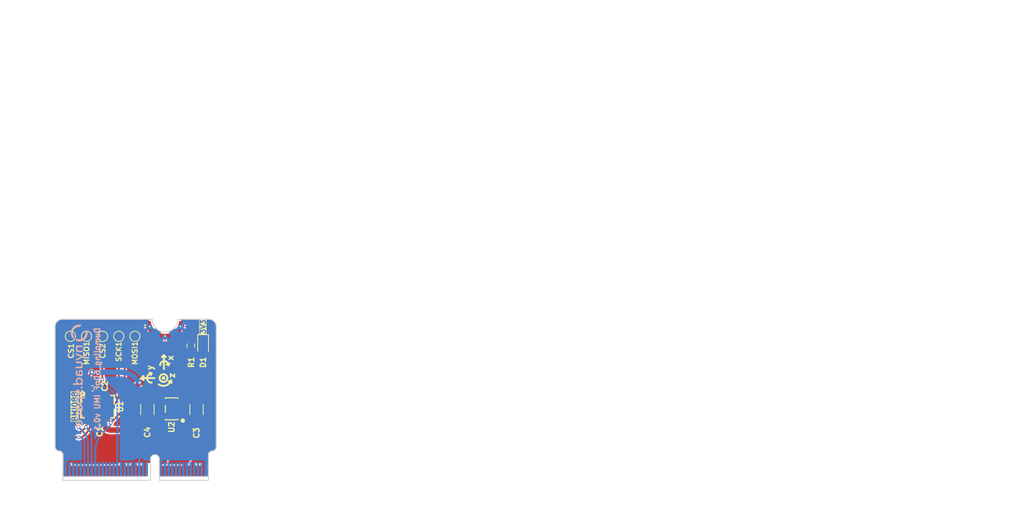
<source format=kicad_pcb>
(kicad_pcb (version 20241229) (generator "pcbnew") (generator_version "9.0")
  (layers (0 "F.Cu" signal "Top") (2 "B.Cu" signal "Bottom") (13 "F.Paste" user) (15 "B.Paste" user) (5 "F.SilkS" user "F.Silkscreen") (7 "B.SilkS" user "B.Silkscreen") (1 "F.Mask" user) (3 "B.Mask" user) (25 "Edge.Cuts" user))
  (net 0 "")
  (net 1 "+3V3")
  (net 2 "GND")
  (net 3 "VIN")
  (net 4 "BMI088_CS_ACCEL")
  (net 5 "BMI088_CS_GYRO")
  (net 6 "Net-(D1-A)")
  (net 8 "/CAN-RX")
  (net 9 "/AUD_BCLK")
  (net 10 "/UART_TX2")
  (net 12 "+5V")
  (net 13 "BMI088_MISO")
  (net 14 "/CAN-TX")
  (net 15 "/PWM1")
  (net 16 "/G0")
  (net 17 "/USB_D+")
  (net 18 "/SWDIO")
  (net 19 "/SPI_CIPO-LED_CLK")
  (net 20 "/G7")
  (net 21 "/USBHOST_D-")
  (net 22 "/I2C_SCL1")
  (net 23 "/A0")
  (net 24 "/AUD_MCLK")
  (net 25 "BMI088_MOSI")
  (net 26 "/3.3V_EN")
  (net 27 "/G9-CAM_HSYNC")
  (net 28 "/UART_RTS1")
  (net 29 "/AUD_IN-CAM_PCLK")
  (net 30 "BMI088_INT3_GYRO")
  (net 31 "/AUD_OUT-CAM_MCLK")
  (net 32 "/UART_RX2")
  (net 33 "/PWM0")
  (net 34 "/SPI_SCK")
  (net 35 "/G11-SWO")
  (net 36 "/G8")
  (net 37 "/SWDCK")
  (net 38 "/AUD_LRCLK")
  (net 40 "/I2C_SDA1")
  (net 41 "/UART_CTS1")
  (net 42 "/USBHOST_D+")
  (net 43 "/V_USB")
  (net 44 "/SDIO_DATA2")
  (net 45 "/BATT_VIN")
  (net 46 "/RTC_3V_BATT")
  (net 47 "/USB_D-")
  (net 48 "/SDIO_DATA3-~{SPI_CS1}")
  (net 49 "/D0")
  (net 50 "BMI088_SCK")
  (net 51 "/SPI_COPI-LED_DAT")
  (net 52 "BMI088_INT1_ACCEL")
  (net 54 "/I2C_~{INT}")
  (net 55 "/G10-CAM_VSYNC")
  (net 56 "BMI088_pwr_cyc")
  (net 57 "/~{SPI_CS}")
  (net 58 "/G6")
  (net 59 "/A1")
  (net 60 "/D1-CAM_TRIG")
  (net 61 "/G5")
  (net 63 "BMI088_INT2_ACCEL")
  (net 64 "BMI088_INT4_GYRO")
  (footprint "SparkFun_MicroMod_ESP32:M.2-CARD-E-22" (layer "F.Cu") (at 148.5011 114.365617)
    (property "Reference" "J1" (hide yes))
    (property "Value" "MICROMOD-2222" (hide yes))
    (fp_line (start 1.9 -21) (end 1 -21) (stroke (width 0.1016)) (layer "F.Cu"))
    (fp_line (start 1.9 -21) (end 1.9 -19.9) (stroke (width 0.1016)) (layer "F.Cu"))
    (fp_line (start 4 -19.7) (end 4 -19) (stroke (width 0.1016)) (layer "F.Cu"))
    (fp_line (start 6.1 -21) (end 6.1 -19.9) (stroke (width 0.1016)) (layer "F.Cu"))
    (fp_line (start 6.1 -21) (end 7 -21) (stroke (width 0.1016)) (layer "F.Cu"))
    (fp_poly (pts (xy 1.25 -21.75) (xy 2.05 -21.75) (xy 2.08842 -21.461827) (xy 2.171447 -21.183213) (xy 2.297037 -20.921017) (xy 2.462097 -20.681696) (xy 2.662563 -20.471142) (xy 2.893499 -20.29454) (xy 3.149218 -20.156239) (xy 3.423424 -20.059644) (xy 4 -20) (xy 4.290635 -20.007133) (xy 4.576576 -20.059644) (xy 4.850782 -20.156239) (xy 5.106501 -20.29454) (xy 5.337437 -20.471142) (xy 5.537903 -20.681696) (xy 5.702963 -20.921017) (xy 5.828553 -21.183213) (xy 5.95 -21.75) (xy 6.75 -21.75) (xy 6.686952 -21.386065) (xy 6.576451 -21.033626) (xy 6.420427 -20.698842) (xy 6.221608 -20.387564) (xy 5.983467 -20.10523) (xy 5.710166 -19.856774) (xy 5.40648 -19.646539) (xy 5.077718 -19.478197) (xy 4.729623 -19.354691) (xy 4.368279 -19.27818) (xy 4 -19.25) (xy 3.630811 -19.275627) (xy 3.268334 -19.35024) (xy 2.919037 -19.472506) (xy 2.589157 -19.640244) (xy 2.284581 -19.85046) (xy 2.010746 -20.099401) (xy 1.77254 -20.382623) (xy 1.574215 -20.695072) (xy 1.419311 -21.031169)) (fill yes) (layer "F.Cu"))
    (pad "1" smd rect (at 9.25 -1.275 180) (size 0.35 1.45) (layers "F.Cu" "F.Mask") (net 2 "GND"))
    (pad "2" smd rect (at 9 -1.525) (size 0.35 1.95) (layers "B.Cu" "B.Mask") (net 1 "+3V3"))
    (pad "3" smd rect (at 8.75 -1.275 180) (size 0.35 1.45) (layers "F.Cu" "F.Mask") (net 17 "/USB_D+"))
    (pad "4" smd rect (at 8.5 -1.525) (size 0.35 1.95) (layers "B.Cu" "B.Mask") (net 26 "/3.3V_EN"))
    (pad "5" smd rect (at 8.25 -1.275 180) (size 0.35 1.45) (layers "F.Cu" "F.Mask") (net 47 "/USB_D-"))
    (pad "6" smd rect (at 8 -1.525) (size 0.35 1.95) (layers "B.Cu" "B.Mask") (net 12 "+5V"))
    (pad "7" smd rect (at 7.75 -1.275 180) (size 0.35 1.45) (layers "F.Cu" "F.Mask") (net 2 "GND"))
    (pad "8" smd rect (at 7.5 -1.525) (size 0.35 1.95) (layers "B.Cu" "B.Mask") (net 35 "/G11-SWO"))
    (pad "9" smd rect (at 7.25 -1.275 180) (size 0.35 1.45) (layers "F.Cu" "F.Mask") (net 43 "/V_USB"))
    (pad "10" smd rect (at 7 -1.525) (size 0.35 1.95) (layers "B.Cu" "B.Mask") (net 49 "/D0"))
    (pad "11" smd rect (at 6.75 -1.275 180) (size 0.35 1.45) (layers "F.Cu" "F.Mask") (net 3 "VIN"))
    (pad "12" smd rect (at 6.5 -1.525) (size 0.35 1.95) (layers "B.Cu" "B.Mask"))
    (pad "13" smd rect (at 6.25 -1.275 180) (size 0.35 1.45) (layers "F.Cu" "F.Mask") (net 28 "/UART_RTS1"))
    (pad "14" smd rect (at 6 -1.525) (size 0.35 1.95) (layers "B.Cu" "B.Mask"))
    (pad "15" smd rect (at 5.75 -1.275 180) (size 0.35 1.45) (layers "F.Cu" "F.Mask") (net 41 "/UART_CTS1"))
    (pad "16" smd rect (at 5.5 -1.525) (size 0.35 1.95) (layers "B.Cu" "B.Mask") (net 54 "/I2C_~{INT}"))
    (pad "17" smd rect (at 5.25 -1.275 180) (size 0.35 1.45) (layers "F.Cu" "F.Mask"))
    (pad "18" smd rect (at 5 -1.525) (size 0.35 1.95) (layers "B.Cu" "B.Mask") (net 60 "/D1-CAM_TRIG"))
    (pad "19" smd rect (at 4.75 -1.275 180) (size 0.35 1.45) (layers "F.Cu" "F.Mask"))
    (pad "20" smd rect (at 4.5 -1.525) (size 0.35 1.95) (layers "B.Cu" "B.Mask") (net 32 "/UART_RX2"))
    (pad "21" smd rect (at 4.25 -1.275 180) (size 0.35 1.45) (layers "F.Cu" "F.Mask") (net 37 "/SWDCK"))
    (pad "22" smd rect (at 4 -1.525) (size 0.35 1.95) (layers "B.Cu" "B.Mask") (net 10 "/UART_TX2"))
    (pad "23" smd rect (at 3.75 -1.275 180) (size 0.35 1.45) (layers "F.Cu" "F.Mask") (net 18 "/SWDIO"))
    (pad "32" smd rect (at 1.5 -1.525) (size 0.35 1.95) (layers "B.Cu" "B.Mask") (net 33 "/PWM0"))
    (pad "33" smd rect (at 1.25 -1.275 180) (size 0.35 1.45) (layers "F.Cu" "F.Mask") (net 2 "GND"))
    (pad "34" smd rect (at 1 -1.525) (size 0.35 1.95) (layers "B.Cu" "B.Mask") (net 23 "/A0"))
    (pad "35" smd rect (at 0.75 -1.275 180) (size 0.35 1.45) (layers "F.Cu" "F.Mask") (net 42 "/USBHOST_D+"))
    (pad "36" smd rect (at 0.5 -1.525) (size 0.35 1.95) (layers "B.Cu" "B.Mask") (net 2 "GND"))
    (pad "37" smd rect (at 0.25 -1.275 180) (size 0.35 1.45) (layers "F.Cu" "F.Mask") (net 21 "/USBHOST_D-"))
    (pad "38" smd rect (at 0 -1.525) (size 0.35 1.95) (layers "B.Cu" "B.Mask") (net 59 "/A1"))
    (pad "39" smd rect (at -0.25 -1.275 180) (size 0.35 1.45) (layers "F.Cu" "F.Mask") (net 2 "GND"))
    (pad "40" smd rect (at -0.5 -1.525) (size 0.35 1.95) (layers "B.Cu" "B.Mask") (net 16 "/G0"))
    (pad "41" smd rect (at -0.75 -1.275 180) (size 0.35 1.45) (layers "F.Cu" "F.Mask") (net 8 "/CAN-RX"))
    (pad "42" smd rect (at -1 -1.525) (size 0.35 1.95) (layers "B.Cu" "B.Mask") (net 56 "BMI088_pwr_cyc"))
    (pad "43" smd rect (at -1.25 -1.275 180) (size 0.35 1.45) (layers "F.Cu" "F.Mask") (net 14 "/CAN-TX"))
    (pad "44" smd rect (at -1.5 -1.525) (size 0.35 1.95) (layers "B.Cu" "B.Mask") (net 52 "BMI088_INT1_ACCEL"))
    (pad "45" smd rect (at -1.75 -1.275 180) (size 0.35 1.45) (layers "F.Cu" "F.Mask") (net 2 "GND"))
    (pad "46" smd rect (at -2 -1.525) (size 0.35 1.95) (layers "B.Cu" "B.Mask") (net 30 "BMI088_INT3_GYRO"))
    (pad "47" smd rect (at -2.25 -1.275 180) (size 0.35 1.45) (layers "F.Cu" "F.Mask") (net 15 "/PWM1"))
    (pad "48" smd rect (at -2.5 -1.525) (size 0.35 1.95) (layers "B.Cu" "B.Mask") (net 5 "BMI088_CS_GYRO"))
    (pad "49" smd rect (at -2.75 -1.275 180) (size 0.35 1.45) (layers "F.Cu" "F.Mask") (net 45 "/BATT_VIN"))
    (pad "50" smd rect (at -3 -1.525) (size 0.35 1.95) (layers "B.Cu" "B.Mask") (net 9 "/AUD_BCLK"))
    (pad "51" smd rect (at -3.25 -1.275 180) (size 0.35 1.45) (layers "F.Cu" "F.Mask") (net 40 "/I2C_SDA1"))
    (pad "52" smd rect (at -3.5 -1.525) (size 0.35 1.95) (layers "B.Cu" "B.Mask") (net 38 "/AUD_LRCLK"))
    (pad "53" smd rect (at -3.75 -1.275 180) (size 0.35 1.45) (layers "F.Cu" "F.Mask") (net 22 "/I2C_SCL1"))
    (pad "54" smd rect (at -4 -1.525) (size 0.35 1.95) (layers "B.Cu" "B.Mask") (net 29 "/AUD_IN-CAM_PCLK"))
    (pad "55" smd rect (at -4.25 -1.275 180) (size 0.35 1.45) (layers "F.Cu" "F.Mask") (net 57 "/~{SPI_CS}"))
    (pad "56" smd rect (at -4.5 -1.525) (size 0.35 1.95) (layers "B.Cu" "B.Mask") (net 31 "/AUD_OUT-CAM_MCLK"))
    (pad "57" smd rect (at -4.75 -1.275 180) (size 0.35 1.45) (layers "F.Cu" "F.Mask") (net 34 "/SPI_SCK"))
    (pad "58" smd rect (at -5 -1.525) (size 0.35 1.95) (layers "B.Cu" "B.Mask") (net 24 "/AUD_MCLK"))
    (pad "59" smd rect (at -5.25 -1.275 180) (size 0.35 1.45) (layers "F.Cu" "F.Mask") (net 51 "/SPI_COPI-LED_DAT"))
    (pad "60" smd rect (at -5.5 -1.525) (size 0.35 1.95) (layers "B.Cu" "B.Mask") (net 25 "BMI088_MOSI"))
    (pad "61" smd rect (at -5.75 -1.275 180) (size 0.35 1.45) (layers "F.Cu" "F.Mask") (net 19 "/SPI_CIPO-LED_CLK"))
    (pad "62" smd rect (at -6 -1.525) (size 0.35 1.95) (layers "B.Cu" "B.Mask") (net 13 "BMI088_MISO"))
    (pad "63" smd rect (at -6.25 -1.275 180) (size 0.35 1.45) (layers "F.Cu" "F.Mask") (net 55 "/G10-CAM_VSYNC"))
    (pad "64" smd rect (at -6.5 -1.525) (size 0.35 1.95) (layers "B.Cu" "B.Mask") (net 50 "BMI088_SCK"))
    (pad "65" smd rect (at -6.75 -1.275 180) (size 0.35 1.45) (layers "F.Cu" "F.Mask") (net 27 "/G9-CAM_HSYNC"))
    (pad "66" smd rect (at -7 -1.525) (size 0.35 1.95) (layers "B.Cu" "B.Mask") (net 4 "BMI088_CS_ACCEL"))
    (pad "67" smd rect (at -7.25 -1.275 180) (size 0.35 1.45) (layers "F.Cu" "F.Mask") (net 36 "/G8"))
    (pad "68" smd rect (at -7.5 -1.525) (size 0.35 1.95) (layers "B.Cu" "B.Mask") (net 44 "/SDIO_DATA2"))
    (pad "69" smd rect (at -7.75 -1.275 180) (size 0.35 1.45) (layers "F.Cu" "F.Mask") (net 20 "/G7"))
    (pad "70" smd rect (at -8 -1.525) (size 0.35 1.95) (layers "B.Cu" "B.Mask") (net 48 "/SDIO_DATA3-~{SPI_CS1}"))
    (pad "71" smd rect (at -8.25 -1.275 180) (size 0.35 1.45) (layers "F.Cu" "F.Mask") (net 58 "/G6"))
    (pad "72" smd rect (at -8.5 -1.525) (size 0.35 1.95) (layers "B.Cu" "B.Mask") (net 46 "/RTC_3V_BATT"))
    (pad "73" smd rect (at -8.75 -1.275 180) (size 0.35 1.45) (layers "F.Cu" "F.Mask") (net 61 "/G5"))
    (pad "74" smd rect (at -9 -1.525) (size 0.35 1.95) (layers "B.Cu" "B.Mask") (net 1 "+3V3"))
    (pad "75" smd rect (at -9.25 -1.275 180) (size 0.35 1.45) (layers "F.Cu" "F.Mask") (net 2 "GND"))
    (pad "GND1" thru_hole circle (at 1.9 -21) (size 0.454 0.454) (drill 0.2) (layers "*.Cu" "*.Mask") (net 2 "GND"))
    (pad "GND2" thru_hole circle (at 4 -19.7) (size 0.454 0.454) (drill 0.2) (layers "*.Cu" "*.Mask") (net 2 "GND"))
    (pad "GND3" thru_hole circle (at 6.1 -21) (size 0.454 0.454) (drill 0.2) (layers "*.Cu" "*.Mask") (net 2 "GND"))
  )
  (footprint "SparkFun_MicroMod_ESP32:ORDERING_INSTRUCTIONS" (layer "F.Cu") (at 167.9811 62.1)
    (property "Reference" "LOGO1" (hide yes))
    (property "Value" "SPECIAL_INSTRUCTIONS-ORDERING")
  )
  (footprint "SparkFun_MicroMod_ESP32:CREATIVE_COMMONS" (layer "F.Cu") (at 184.4 63.75)
    (property "Reference" "FRAME1" (hide yes))
    (property "Value" "FRAME-LEDGER" (hide yes))
  )
  (footprint "TPSPX3819M5-L-3-3:SOT-23-5_L3.0-W1.6-P0.95-LS2.8-BR" (layer "F.Cu") (at 153.4 104.6)
    (property "Reference" "U2" (at 0 2.5 90) (layer "F.SilkS") (effects (font (size 0.75 0.75) (thickness 0.175) (bold yes))))
    (property "Value" "TPSPX3819M5-L-3-3")
    (pad "1" smd rect (at 1.149987 0.949962 90) (size 0.6 1.2) (layers "F.Cu" "F.Mask" "F.Paste") (net 3 "VIN"))
    (pad "2" smd rect (at 1.149987 0 90) (size 0.6 1.2) (layers "F.Cu" "F.Mask" "F.Paste") (net 2 "GND"))
    (pad "3" smd rect (at 1.149987 -0.949962 90) (size 0.6 1.2) (layers "F.Cu" "F.Mask" "F.Paste") (net 3 "VIN"))
    (pad "4" smd rect (at -1.149987 -0.949962 90) (size 0.6 1.2) (layers "F.Cu" "F.Mask" "F.Paste"))
    (pad "5" smd rect (at -1.149987 0.949962 90) (size 0.6 1.2) (layers "F.Cu" "F.Mask" "F.Paste") (net 1 "+3V3"))
  )
  (footprint "LED_SMD:LED_0603_1608Metric" (layer "F.Cu") (at 157.7 95.9562 -90)
    (property "Reference" "D1" (at 2.3 0 90) (layer "F.SilkS") (effects (font (size 0.75 0.75) (thickness 0.175) (bold yes))))
    (property "Value" "LED")
    (pad "1" smd roundrect (at -0.7875 0 270) (size 0.875 0.95) (layers "F.Cu" "F.Mask" "F.Paste") (net 2 "GND"))
    (pad "2" smd roundrect (at 0.7875 0 270) (size 0.875 0.95) (layers "F.Cu" "F.Mask" "F.Paste") (net 6 "Net-(D1-A)"))
  )
  (footprint "TestPoint:TestPoint_Pad_D1.0mm" (layer "F.Cu") (at 144 94.7 90)
    (property "Reference" "CS2" (at -2 0 270) (layer "F.SilkS") (effects (font (size 0.7 0.7))))
    (property "Value" "SPI3")
    (pad "1" smd circle (at 0 0 90) (size 1 1) (layers "F.Cu" "F.Mask") (net 5 "BMI088_CS_GYRO"))
  )
  (footprint "BMI088:LGA-16_L4.5-W3.0-P0.50-BL" (layer "F.Cu") (at 143.3 104.3 -90)
    (property "Reference" "U1" (at 0 -3.1 90) (layer "F.SilkS") (effects (font (size 0.75 0.75) (thickness 0.175) (bold yes))))
    (property "Value" "BMI088")
    (pad "1" smd rect (at -1.199898 1.497841) (size 0.250013 0.8) (layers "F.Cu" "F.Mask" "F.Paste") (net 63 "BMI088_INT2_ACCEL"))
    (pad "2" smd rect (at -1.199898 0.997968) (size 0.250013 0.8) (layers "F.Cu" "F.Mask" "F.Paste"))
    (pad "3" smd rect (at -1.199898 0.497841) (size 0.250013 0.8) (layers "F.Cu" "F.Mask" "F.Paste") (net 1 "+3V3"))
    (pad "4" smd rect (at -1.199898 -0.002032) (size 0.250013 0.8) (layers "F.Cu" "F.Mask" "F.Paste") (net 2 "GND"))
    (pad "5" smd rect (at -1.199898 -0.502159) (size 0.250013 0.8) (layers "F.Cu" "F.Mask" "F.Paste") (net 5 "BMI088_CS_GYRO"))
    (pad "6" smd rect (at -1.199898 -1.002032) (size 0.250013 0.8) (layers "F.Cu" "F.Mask" "F.Paste") (net 2 "GND"))
    (pad "7" smd rect (at -1.199898 -1.502159) (size 0.250013 0.8) (layers "F.Cu" "F.Mask" "F.Paste"))
    (pad "8" smd rect (at 0 -1.91491 90) (size 0.250013 0.8) (layers "F.Cu" "F.Mask" "F.Paste") (net 50 "BMI088_SCK"))
    (pad "9" smd rect (at 1.199898 -1.502159 180) (size 0.250013 0.8) (layers "F.Cu" "F.Mask" "F.Paste") (net 25 "BMI088_MOSI"))
    (pad "10" smd rect (at 1.199898 -1.002032 180) (size 0.250013 0.8) (layers "F.Cu" "F.Mask" "F.Paste") (net 13 "BMI088_MISO"))
    (pad "11" smd rect (at 1.199898 -0.502159 180) (size 0.250013 0.8) (layers "F.Cu" "F.Mask" "F.Paste") (net 1 "+3V3"))
    (pad "12" smd rect (at 1.199898 -0.002032 180) (size 0.250013 0.8) (layers "F.Cu" "F.Mask" "F.Paste") (net 30 "BMI088_INT3_GYRO"))
    (pad "13" smd rect (at 1.199898 0.497841 180) (size 0.250013 0.8) (layers "F.Cu" "F.Mask" "F.Paste") (net 64 "BMI088_INT4_GYRO"))
    (pad "14" smd rect (at 1.199898 0.997968 180) (size 0.250013 0.8) (layers "F.Cu" "F.Mask" "F.Paste") (net 4 "BMI088_CS_ACCEL"))
    (pad "15" smd rect (at 1.199898 1.497841 180) (size 0.250013 0.8) (layers "F.Cu" "F.Mask" "F.Paste") (net 13 "BMI088_MISO"))
    (pad "16" smd rect (at 0 1.91491 270) (size 0.250013 0.8) (layers "F.Cu" "F.Mask" "F.Paste") (net 52 "BMI088_INT1_ACCEL"))
  )
  (footprint "TestPoint:TestPoint_Pad_D1.0mm" (layer "F.Cu") (at 146.2 94.7 90)
    (property "Reference" "SCK1" (at -2.1 0 90) (layer "F.SilkS") (effects (font (size 0.7 0.7))))
    (property "Value" "SPI3")
    (pad "1" smd circle (at 0 0 90) (size 1 1) (layers "F.Cu" "F.Mask") (net 50 "BMI088_SCK"))
  )
  (footprint "TestPoint:TestPoint_Pad_D1.0mm" (layer "F.Cu") (at 141.8 94.7)
    (property "Reference" "MISO1" (at 0 2.3 90) (layer "F.SilkS") (effects (font (size 0.7 0.7))))
    (property "Value" "SPI3")
    (pad "1" smd circle (at 0 0) (size 1 1) (layers "F.Cu" "F.Mask") (net 13 "BMI088_MISO"))
  )
  (footprint "Resistor_SMD:R_0603_1608Metric" (layer "F.Cu") (at 156.0262 95.9562 -90)
    (property "Reference" "R1" (at 2.3 -0.0738 270) (layer "F.SilkS") (effects (font (size 0.75 0.75) (thickness 0.175) (bold yes))))
    (property "Value" "10k")
    (pad "1" smd roundrect (at -0.825 0 270) (size 0.8 0.95) (layers "F.Cu" "F.Mask" "F.Paste") (net 1 "+3V3"))
    (pad "2" smd roundrect (at 0.825 0 270) (size 0.8 0.95) (layers "F.Cu" "F.Mask" "F.Paste") (net 6 "Net-(D1-A)"))
  )
  (footprint "Capacitor_SMD:C_0402_1005Metric" (layer "F.Cu") (at 142.6 101.8)
    (property "Reference" "C2" (at 1.7 -0.3 90) (layer "F.SilkS") (effects (font (size 0.75 0.75) (thickness 0.175) (bold yes))))
    (property "Value" "100n")
    (pad "1" smd roundrect (at -0.48 0) (size 0.56 0.62) (layers "F.Cu" "F.Mask" "F.Paste") (net 1 "+3V3"))
    (pad "2" smd roundrect (at 0.48 0) (size 0.56 0.62) (layers "F.Cu" "F.Mask" "F.Paste") (net 2 "GND"))
  )
  (footprint "TestPoint:TestPoint_Pad_D1.0mm" (layer "F.Cu") (at 139.6 94.7)
    (property "Reference" "CS1" (at 0.1 2 90) (layer "F.SilkS") (effects (font (size 0.7 0.7))))
    (property "Value" "SPI3")
    (pad "1" smd circle (at 0 0) (size 1 1) (layers "F.Cu" "F.Mask") (net 4 "BMI088_CS_ACCEL"))
  )
  (footprint "Capacitor_SMD:C_1206_3216Metric" (layer "F.Cu") (at 156.8 104.7 90)
    (property "Reference" "C3" (at -3.2 0 90) (layer "F.SilkS") (effects (font (size 0.75 0.75) (thickness 0.175) (bold yes))))
    (property "Value" "10u")
    (pad "1" smd roundrect (at -1.475 0 90) (size 1.15 1.8) (layers "F.Cu" "F.Mask" "F.Paste") (roundrect_rratio 0.217391) (net 3 "VIN"))
    (pad "2" smd roundrect (at 1.475 0 90) (size 1.15 1.8) (layers "F.Cu" "F.Mask" "F.Paste") (roundrect_rratio 0.217391) (net 2 "GND"))
  )
  (footprint "Capacitor_SMD:C_1206_3216Metric" (layer "F.Cu") (at 150.1 104.7 90)
    (property "Reference" "C4" (at -3.1 0 90) (layer "F.SilkS") (effects (font (size 0.75 0.75) (thickness 0.175) (bold yes))))
    (property "Value" "10u")
    (pad "1" smd roundrect (at -1.475 0 90) (size 1.15 1.8) (layers "F.Cu" "F.Mask" "F.Paste") (roundrect_rratio 0.217391) (net 1 "+3V3"))
    (pad "2" smd roundrect (at 1.475 0 90) (size 1.15 1.8) (layers "F.Cu" "F.Mask" "F.Paste") (roundrect_rratio 0.217391) (net 2 "GND"))
  )
  (footprint "TestPoint:TestPoint_Pad_D1.0mm" (layer "F.Cu") (at 148.4 94.7 90)
    (property "Reference" "MOSI1" (at -2.3 0 90) (layer "F.SilkS") (effects (font (size 0.7 0.7))))
    (property "Value" "SPI3")
    (pad "1" smd circle (at 0 0 90) (size 1 1) (layers "F.Cu" "F.Mask") (net 25 "BMI088_MOSI"))
  )
  (footprint "Capacitor_SMD:C_0402_1005Metric" (layer "F.Cu") (at 143.6 106.5 180)
    (property "Reference" "C1" (at 0 -1.2 90) (layer "F.SilkS") (effects (font (size 0.75 0.75) (thickness 0.175) (bold yes))))
    (property "Value" "100n")
    (pad "1" smd roundrect (at -0.48 0 180) (size 0.56 0.62) (layers "F.Cu" "F.Mask" "F.Paste") (net 1 "+3V3"))
    (pad "2" smd roundrect (at 0.48 0 180) (size 0.56 0.62) (layers "F.Cu" "F.Mask" "F.Paste") (net 2 "GND"))
  )
  (footprint "LOGO" (layer "B.Cu") (at 140.8 100.1 -90)
    (property "Reference" "G***" (hide yes))
    (property "Value" "LOGO" (hide yes))
  )
  (gr_line (start 152.347625 97.2631) (end 152.347625 99.1681) (stroke (width 0.254)) (layer "F.SilkS"))
  (gr_arc (start 153.2652 100.854025) (mid 152.553504 101.433281) (end 151.652299 101.260426) (stroke (width 0.254)) (layer "F.SilkS"))
  (gr_line (start 153.0366 100.85085) (end 153.3922 101.057225) (stroke (width 0.254)) (layer "F.SilkS"))
  (gr_arc (start 150.6871 101.031825) (mid 150.0521 100.396825) (end 150.6871 99.761825) (stroke (width 0.254)) (layer "F.SilkS"))
  (gr_line (start 149.2901 100.396825) (end 149.5441 100.142825) (stroke (width 0.254)) (layer "F.SilkS"))
  (gr_line (start 152.982625 98.6601) (end 152.728625 98.5331) (stroke (width 0.254)) (layer "F.SilkS"))
  (gr_line (start 153.344575 100.72385) (end 153.0366 100.85085) (stroke (width 0.254)) (layer "F.SilkS"))
  (gr_line (start 152.601625 97.5171) (end 152.093625 97.5171) (stroke (width 0.254)) (layer "F.SilkS"))
  (gr_line (start 150.6871 99.761825) (end 150.4331 99.634825) (stroke (width 0.254)) (layer "F.SilkS"))
  (gr_line (start 152.347625 97.2631) (end 152.093625 97.5171) (stroke (width 0.254)) (layer "F.SilkS"))
  (gr_line (start 153.109625 98.4061) (end 152.728625 98.5331) (stroke (width 0.254)) (layer "F.SilkS"))
  (gr_line (start 149.5695 100.676225) (end 149.5695 100.117425) (stroke (width 0.254)) (layer "F.SilkS"))
  (gr_line (start 149.2901 100.396825) (end 149.5441 100.650825) (stroke (width 0.254)) (layer "F.SilkS"))
  (gr_line (start 152.347625 97.2631) (end 152.601625 97.5171) (stroke (width 0.254)) (layer "F.SilkS"))
  (gr_line (start 152.982625 98.6601) (end 153.109625 98.4061) (stroke (width 0.254)) (layer "F.SilkS"))
  (gr_line (start 150.5601 99.990425) (end 150.4331 99.634825) (stroke (width 0.254)) (layer "F.SilkS"))
  (gr_line (start 153.344575 100.72385) (end 153.3922 101.057225) (stroke (width 0.254)) (layer "F.SilkS"))
  (gr_line (start 150.6871 99.761825) (end 150.5601 99.990425) (stroke (width 0.254)) (layer "F.SilkS"))
  (gr_line (start 149.2901 100.396825) (end 151.0681 100.396825) (stroke (width 0.254)) (layer "F.SilkS"))
  (gr_circle (center 152.3 100.4) (end 152.3 100.9334) (stroke (width 0.254)) (fill no) (layer "F.SilkS"))
  (gr_arc (start 151.839625 98.6601) (mid 152.411125 98.088616) (end 152.982625 98.6601) (stroke (width 0.254)) (layer "F.SilkS"))
  (gr_circle (center 152.3 100.4) (end 152.3 100.527) (stroke (width 0.254)) (fill no) (layer "F.SilkS"))
  (gr_line (start 158.4261 114.365617) (end 151.7261 114.365617) (stroke (width 0.127)) (layer "Edge.Cuts"))
  (gr_line (start 150.5261 111.465617) (end 150.5261 114.365617) (stroke (width 0.127)) (layer "Edge.Cuts"))
  (gr_line (start 138.5761 114.365617) (end 138.5761 110.865617) (stroke (width 0.127)) (layer "Edge.Cuts"))
  (gr_arc (start 138.1011 110.365617) (mid 138.434341 110.524663) (end 138.5761 110.865618) (stroke (width 0.127)) (layer "Edge.Cuts"))
  (gr_arc (start 137.5011 93.365617) (mid 137.8011 92.665618) (end 138.501099 92.365618) (stroke (width 0.127)) (layer "Edge.Cuts"))
  (gr_arc (start 159.501099 109.765618) (mid 159.320461 110.184979) (end 158.9011 110.365617) (stroke (width 0.127)) (layer "Edge.Cuts"))
  (gr_line (start 137.5011 93.365617) (end 137.5011 109.765617) (stroke (width 0.127)) (layer "Edge.Cuts"))
  (gr_line (start 159.5011 93.365617) (end 159.5011 109.765617) (stroke (width 0.127)) (layer "Edge.Cuts"))
  (gr_arc (start 154.2511 92.365617) (mid 152.5011 94.115617) (end 150.7511 92.365617) (stroke (width 0.127)) (layer "Edge.Cuts"))
  (gr_arc (start 158.4261 110.865617) (mid 158.566444 110.523319) (end 158.9011 110.365617) (stroke (width 0.127)) (layer "Edge.Cuts"))
  (gr_arc (start 150.5261 111.465617) (mid 151.1261 110.865617) (end 151.7261 111.465617) (stroke (width 0.127)) (layer "Edge.Cuts"))
  (gr_line (start 158.4261 110.865617) (end 158.4261 114.365617) (stroke (width 0.127)) (layer "Edge.Cuts"))
  (gr_line (start 150.7511 92.365617) (end 138.5011 92.365617) (stroke (width 0.127)) (layer "Edge.Cuts"))
  (gr_line (start 151.7261 111.465617) (end 151.7261 114.365617) (stroke (width 0.127)) (layer "Edge.Cuts"))
  (gr_arc (start 138.101098 110.365617) (mid 137.681737 110.184978) (end 137.5011 109.765617) (stroke (width 0.127)) (layer "Edge.Cuts"))
  (gr_line (start 158.5011 92.365617) (end 154.2511 92.365617) (stroke (width 0.127)) (layer "Edge.Cuts"))
  (gr_arc (start 158.5011 92.365617) (mid 159.2011 92.665617) (end 159.5011 93.365617) (stroke (width 0.127)) (layer "Edge.Cuts"))
  (gr_line (start 138.5761 114.365617) (end 150.5261 114.365617) (stroke (width 0.127)) (layer "Edge.Cuts"))
  (gr_text "y" (at 150.9 99.4 90) (layer "F.SilkS") (effects (font (size 0.8 0.8) (thickness 0.1905)) (justify left bottom)))
  (gr_text "3V3" (at 157.7 93.4 90) (layer "F.SilkS" knockout) (effects (font (size 0.7 0.7) (thickness 0.15) (bold yes))))
  (gr_text "x" (at 153.7 98.1 90) (layer "F.SilkS") (effects (font (size 0.8 0.8) (thickness 0.1905)) (justify left bottom)))
  (gr_text "z" (at 153.9 100.5 90) (layer "F.SilkS") (effects (font (size 0.8 0.8) (thickness 0.1905)) (justify left bottom)))
  (gr_text "BMI088" (at 140.2 104.3 90) (layer "F.SilkS" knockout) (effects (font (size 0.75 0.75) (thickness 0.175) (bold yes))))
  (gr_text "Dumpling_6DoF IMU v0.1" (at 143.7 93.4 90) (layer "B.SilkS") (effects (font (size 0.75 0.75) (thickness 0.175) (bold yes)) (justify left bottom mirror)))
  (segment (start 142.2 101.663431) (end 142.2 100.156516) (width 0.25) (layer "F.Cu") (net 1))
  (segment (start 148.737132 107.5) (end 148.2 107.5) (width 0.75) (layer "F.Cu") (net 1))
  (segment (start 148.2 107.5) (end 146.9 107.5) (width 0.75) (layer "F.Cu") (net 1))
  (segment (start 149.075735 107.5) (end 148.962867 107.5) (width 0.75) (layer "F.Cu") (net 1))
  (segment (start 144.08 106.6975) (end 144.08 106.696463) (width 0.75) (layer "F.Cu") (net 1))
  (segment (start 150.28125 106.175) (end 151.318413 106.175) (width 0.75) (layer "F.Cu") (net 1))
  (segment (start 148.962867 107.5) (end 148.737132 107.5) (width 0.75) (layer "F.Cu") (net 1))
  (segment (start 155.136373 95.363625) (end 149.62174 100.878259) (width 0.75) (layer "F.Cu") (net 1))
  (segment (start 149.8 107.2) (end 149.843673 107.156326) (width 0.75) (layer "F.Cu") (net 1))
  (segment (start 152.0125 105.8875) (end 152.3 105.6) (width 0.75) (layer "F.Cu") (net 1))
  (segment (start 142.588245 102.281149) (end 142.124562 101.817466) (width 0.25) (layer "F.Cu") (net 1))
  (segment (start 144.3825 107.1975) (end 144.219653 107.034653) (width 0.75) (layer "F.Cu") (net 1))
  (segment (start 142.124562 101.795437) (end 142.16 101.76) (width 0.25) (layer "F.Cu") (net 1))
  (segment (start 143.802159 106.025695) (end 143.802159 105.499898) (width 0.25) (layer "F.Cu") (net 1))
  (segment (start 150.1 106.35625) (end 150.1 106.5375) (width 0.75) (layer "F.Cu") (net 1))
  (segment (start 142.802159 102.797582) (end 142.802159 103.100102) (width 0.25) (layer "F.Cu") (net 1))
  (segment (start 149.260003 101.028096) (end 149.048103 101.028096) (width 0.75) (layer "F.Cu") (net 1))
  (segment (start 145.112799 107.5) (end 146.9 107.5) (width 0.75) (layer "F.Cu") (net 1))
  (segment (start 142.526 99.6) (end 142.363 99.763) (width 0.25) (layer "F.Cu") (net 1))
  (segment (start 149.971836 106.046836) (end 149.048103 105.123103) (width 0.75) (layer "F.Cu") (net 1))
  (segment (start 142.526 99.6) (end 142.42 99.706) (width 0.25) (layer "F.Cu") (net 1))
  (segment (start 155.6975 95.1312) (end 156.0262 95.1312) (width 0.75) (layer "F.Cu") (net 1))
  (via (at 142.526 99.6) (size 0.5) (drill 0.3) (layers "F.Cu" "B.Cu") (net 1))
  (via (at 149.048103 101.028096) (size 0.5) (drill 0.3) (layers "F.Cu" "B.Cu") (net 1))
  (arc (start 149.62174 100.878259) (mid 149.455773 100.989154) (end 149.260003 101.028096) (width 0.75) (layer "F.Cu") (net 1))
  (arc (start 148.2 103.0756) (mid 148.420414 104.1837) (end 149.048103 105.123103) (width 0.75) (layer "F.Cu") (net 1))
  (arc (start 155.6975 95.1312) (mid 155.39382 95.191605) (end 155.136373 95.363625) (width 0.75) (layer "F.Cu") (net 1))
  (arc (start 142.2 101.663431) (mid 142.189604 101.715693) (end 142.16 101.76) (width 0.25) (layer "F.Cu") (net 1))
  (arc (start 142.124562 101.795437) (mid 142.121185 101.80049) (end 142.12 101.806452) (width 0.25) (layer "F.Cu") (net 1))
  (arc (start 144.219653 107.034653) (mid 144.116294 106.879966) (end 144.08 106.6975) (width 0.75) (layer "F.Cu") (net 1))
  (arc (start 150.1 106.5375) (mid 150.033382 106.872406) (end 149.843673 107.156326) (width 0.75) (layer "F.Cu") (net 1))
  (arc (start 149.075735 107.5) (mid 149.467704 107.422032) (end 149.8 107.2) (width 0.75) (layer "F.Cu") (net 1))
  (arc (start 143.802159 106.025695) (mid 143.838263 106.207203) (end 143.941079 106.361079) (width 0.25) (layer "F.Cu") (net 1))
  (arc (start 142.363 99.763) (mid 142.242362 99.943546) (end 142.2 100.156516) (width 0.25) (layer "F.Cu") (net 1))
  (arc (start 152.0125 105.8875) (mid 151.69405 106.100281) (end 151.318413 106.175) (width 0.75) (layer "F.Cu") (net 1))
  (arc (start 144.3825 107.1975) (mid 144.717564 107.421382) (end 145.112799 107.5) (width 0.75) (layer "F.Cu") (net 1))
  (arc (start 150.1 106.35625) (mid 150.066691 106.188796) (end 149.971836 106.046836) (width 0.75) (layer "F.Cu") (net 1))
  (arc (start 150.28125 106.175) (mid 150.153086 106.228086) (end 150.1 106.35625) (width 0.75) (layer "F.Cu") (net 1))
  (arc (start 143.941079 106.361079) (mid 144.043895 106.514954) (end 144.08 106.696463) (width 0.25) (layer "F.Cu") (net 1))
  (arc (start 149.971836 106.046836) (mid 150.113796 106.141691) (end 150.28125 106.175) (width 0.75) (layer "F.Cu") (net 1))
  (arc (start 148.2 103.0756) (mid 148.420414 101.967498) (end 149.048103 101.028096) (width 0.75) (layer "F.Cu") (net 1))
  (arc (start 142.588245 102.281149) (mid 142.746564 102.51809) (end 142.802159 102.797582) (width 0.25) (layer "F.Cu") (net 1))
  (arc (start 142.12 101.806452) (mid 142.121185 101.812412) (end 142.124562 101.817466) (width 0.25) (layer "F.Cu") (net 1))
  (segment (start 149.048103 101.028096) (end 148.334055 100.314048) (width 0.75) (layer "B.Cu") (net 1))
  (segment (start 146.61019 99.6) (end 142.526 99.6) (width 0.75) (layer "B.Cu") (net 1))
  (arc (start 148.334055 100.314048) (mid 147.543139 99.785575) (end 146.61019 99.6) (width 0.75) (layer "B.Cu") (net 1))
  (segment (start 143.191016 101.911016) (end 143.08 101.8) (width 0.25) (layer "F.Cu") (net 2))
  (segment (start 155.657842 104.367157) (end 156.8 103.225) (width 0.75) (layer "F.Cu") (net 2))
  (segment (start 143.302032 102.179032) (end 143.302032 103.100102) (width 0.25) (layer "F.Cu") (net 2))
  (segment (start 154.975 104.65) (end 154.575 104.65) (width 0.75) (layer "F.Cu") (net 2))
  (arc (start 143.191016 101.911016) (mid 143.273179 102.033982) (end 143.302032 102.179032) (width 0.25) (layer "F.Cu") (net 2))
  (arc (start 154.975 104.65) (mid 155.344551 104.576491) (end 155.657842 104.367157) (width 0.75) (layer "F.Cu") (net 2))
  (segment (start 154.182842 103.7) (end 154.575 103.7) (width 0.25) (layer "F.Cu") (net 3))
  (segment (start 153.5 104.382842) (end 153.5 104.917157) (width 0.25) (layer "F.Cu") (net 3))
  (segment (start 155.818413 105.6) (end 155.1416 105.6) (width 0.75) (layer "F.Cu") (net 3))
  (segment (start 156.5125 105.8875) (end 156.8 106.175) (width 0.75) (layer "F.Cu") (net 3))
  (segment (start 155.1416 105.6) (end 154.575 105.6) (width 0.75) (layer "F.Cu") (net 3))
  (segment (start 154.182842 105.6) (end 154.575 105.6) (width 0.25) (layer "F.Cu") (net 3))
  (segment (start 154.575 105.6) (end 154.2917 105.6) (width 0.75) (layer "F.Cu") (net 3))
  (arc (start 153.5 104.917157) (mid 153.551978 105.178469) (end 153.7 105.4) (width 0.25) (layer "F.Cu") (net 3))
  (arc (start 156.5125 105.8875) (mid 156.19405 105.674718) (end 155.818413 105.6) (width 0.75) (layer "F.Cu") (net 3))
  (arc (start 153.7 105.4) (mid 153.921529 105.548021) (end 154.182842 105.6) (width 0.25) (layer "F.Cu") (net 3))
  (arc (start 153.7 103.9) (mid 153.551978 104.121529) (end 153.5 104.382842) (width 0.25) (layer "F.Cu") (net 3))
  (arc (start 154.182842 103.7) (mid 153.921529 103.751978) (end 153.7 103.9) (width 0.25) (layer "F.Cu") (net 3))
  (segment (start 140.003481 108.318066) (end 139.592707 107.907292) (width 0.25) (layer "F.Cu") (net 4))
  (segment (start 139 103.324264) (end 139 106.47637) (width 0.25) (layer "F.Cu") (net 4))
  (segment (start 141.376776 108.323223) (end 141.751016 107.948984) (width 0.25) (layer "F.Cu") (net 4))
  (segment (start 140.442707 108.5) (end 140.7 108.5) (width 0.25) (layer "F.Cu") (net 4))
  (segment (start 139.6 101.875735) (end 139.6 94.7) (width 0.25) (layer "F.Cu") (net 4))
  (segment (start 142.302032 106.618713) (end 142.302032 105.499898) (width 0.25) (layer "F.Cu") (net 4))
  (segment (start 140.7 108.5) (end 140.95 108.5) (width 0.25) (layer "F.Cu") (net 4))
  (via (at 140.7 108.5) (size 0.5) (drill 0.3) (layers "F.Cu" "B.Cu") (net 4))
  (arc (start 139.3 102.6) (mid 139.522032 102.267704) (end 139.6 101.875735) (width 0.25) (layer "F.Cu") (net 4))
  (arc (start 139.592707 107.907292) (mid 139.154039 107.250779) (end 139 106.47637) (width 0.25) (layer "F.Cu") (net 4))
  (arc (start 140.442707 108.5) (mid 140.204999 108.452716) (end 140.003481 108.318066) (width 0.25) (layer "F.Cu") (net 4))
  (arc (start 139 103.324264) (mid 139.077967 102.932295) (end 139.3 102.6) (width 0.25) (layer "F.Cu") (net 4))
  (arc (start 142.302032 106.618713) (mid 142.158827 107.33865) (end 141.751016 107.948984) (width 0.25) (layer "F.Cu") (net 4))
  (arc (start 141.376776 108.323223) (mid 141.180969 108.454057) (end 140.95 108.5) (width 0.25) (layer "F.Cu") (net 4))
  (segment (start 140.7 108.5) (end 140.9 108.5) (width 0.25) (layer "B.Cu") (net 4))
  (segment (start 141.30055 108.70055) (end 141.241421 108.641421) (width 0.25) (layer "B.Cu") (net 4))
  (segment (start 141.5011 109.18472) (end 141.5011 112.840617) (width 0.25) (layer "B.Cu") (net 4))
  (arc (start 141.241421 108.641421) (mid 141.084775 108.536754) (end 140.9 108.5) (width 0.25) (layer "B.Cu") (net 4))
  (arc (start 141.5011 109.18472) (mid 141.448978 108.922689) (end 141.30055 108.70055) (width 0.25) (layer "B.Cu") (net 4))
  (segment (start 143.9775 94.7225) (end 144 94.7) (width 0.25) (layer "F.Cu") (net 5))
  (segment (start 143.955 100.6) (end 143.955 94.776819) (width 0.25) (layer "F.Cu") (net 5))
  (segment (start 143.802159 100.860915) (end 143.802159 103.100102) (width 0.25) (layer "F.Cu") (net 5))
  (segment (start 143.955 100.6) (end 143.878579 100.67642) (width 0.25) (layer "F.Cu") (net 5))
  (via (at 143.955 100.6) (size 0.5) (drill 0.3) (layers "F.Cu" "B.Cu") (net 5))
  (arc (start 143.878579 100.67642) (mid 143.822019 100.761067) (end 143.802159 100.860915) (width 0.25) (layer "F.Cu") (net 5))
  (arc (start 143.9775 94.7225) (mid 143.960847 94.747421) (end 143.955 94.776819) (width 0.25) (layer "F.Cu") (net 5))
  (segment (start 143.955 100.6) (end 143.955 100.7275) (width 0.25) (layer "B.Cu") (net 5))
  (segment (start 146.0011 103.750405) (end 146.0011 112.840617) (width 0.25) (layer "B.Cu") (net 5))
  (segment (start 144.045156 100.945156) (end 145.40055 102.30055) (width 0.25) (layer "B.Cu") (net 5))
  (arc (start 143.955 100.7275) (mid 143.97843 100.845294) (end 144.045156 100.945156) (width 0.25) (layer "B.Cu") (net 5))
  (arc (start 145.40055 102.30055) (mid 145.845022 102.965749) (end 146.0011 103.750405) (width 0.25) (layer "B.Cu") (net 5))
  (segment (start 157.625399 96.7) (end 156.0262 96.7) (width 0.75) (layer "F.Cu") (net 6))
  (segment (start 141.802159 105.156192) (end 141.802159 105.498371) (width 0.25) (layer "F.Cu") (net 13))
  (segment (start 140.4 97.089949) (end 140.4 102.234314) (width 0.25) (layer "F.Cu") (net 13))
  (segment (start 140.245672 107.602966) (end 140.021353 107.378647) (width 0.25) (layer "F.Cu") (net 13))
  (segment (start 139.6 106.36141) (end 139.6 104.165685) (width 0.25) (layer "F.Cu") (net 13))
  (segment (start 141.1 95.4) (end 141.8 94.7) (width 0.25) (layer "F.Cu") (net 13))
  (segment (start 142.184453 104.773898) (end 143.912582 104.773898) (width 0.25) (layer "F.Cu") (net 13))
  (segment (start 141.75 106.95) (end 141.7 107) (width 0.25) (layer "F.Cu") (net 13))
  (segment (start 141.7 107.1) (end 141.197033 107.602966) (width 0.25) (layer "F.Cu") (net 13))
  (segment (start 141.8 105.503583) (end 141.8 106.829289) (width 0.25) (layer "F.Cu") (net 13))
  (segment (start 144.302032 105.163347) (end 144.302032 105.499898) (width 0.25) (layer "F.Cu") (net 13))
  (via (at 141.7 107.1) (size 0.5) (drill 0.3) (layers "F.Cu" "B.Cu") (net 13))
  (arc (start 140 103.2) (mid 140.296043 102.756939) (end 140.4 102.234314) (width 0.25) (layer "F.Cu") (net 13))
  (arc (start 141.8 105.503583) (mid 141.80028 105.502172) (end 141.801079 105.500977) (width 0.25) (layer "F.Cu") (net 13))
  (arc (start 140 103.2) (mid 139.703956 103.64306) (end 139.6 104.165685) (width 0.25) (layer "F.Cu") (net 13))
  (arc (start 140.721353 107.8) (mid 140.978789 107.748792) (end 141.197033 107.602966) (width 0.25) (layer "F.Cu") (net 13))
  (arc (start 141.75 106.95) (mid 141.787005 106.894617) (end 141.8 106.829289) (width 0.25) (layer "F.Cu") (net 13))
  (arc (start 141.91413 104.885869) (mid 141.831259 105.009894) (end 141.802159 105.156192) (width 0.25) (layer "F.Cu") (net 13))
  (arc (start 140.4 97.089949) (mid 140.581924 96.175355) (end 141.1 95.4) (width 0.25) (layer "F.Cu") (net 13))
  (arc (start 140.721353 107.8) (mid 140.463916 107.748792) (end 140.245672 107.602966) (width 0.25) (layer "F.Cu") (net 13))
  (arc (start 141.801079 105.500977) (mid 141.801878 105.499781) (end 141.802159 105.498371) (width 0.25) (layer "F.Cu") (net 13))
  (arc (start 143.912582 104.773898) (mid 144.061618 104.803543) (end 144.187965 104.887965) (width 0.25) (layer "F.Cu") (net 13))
  (arc (start 141.91413 104.885869) (mid 142.038155 104.802998) (end 142.184453 104.773898) (width 0.25) (layer "F.Cu") (net 13))
  (arc (start 139.6 106.36141) (mid 139.709506 106.911934) (end 140.021353 107.378647) (width 0.25) (layer "F.Cu") (net 13))
  (arc (start 144.302032 105.163347) (mid 144.272386 105.014311) (end 144.187965 104.887965) (width 0.25) (layer "F.Cu") (net 13))
  (segment (start 142.15055 107.55055) (end 141.8 107.2) (width 0.25) (layer "B.Cu") (net 13))
  (segment (start 142.5011 108.396852) (end 142.5011 112.840617) (width 0.25) (layer "B.Cu") (net 13))
  (arc (start 142.15055 107.55055) (mid 142.409995 107.938836) (end 142.5011 108.396852) (width 0.25) (layer "B.Cu") (net 13))
  (segment (start 144.951079 106.351079) (end 145.1 106.5) (width 0.25) (layer "F.Cu") (net 25))
  (segment (start 147 97.089949) (end 147 103.256497) (width 0.25) (layer "F.Cu") (net 25))
  (segment (start 146.05 105.55) (end 145.1 106.5) (width 0.25) (layer "F.Cu") (net 25))
  (segment (start 147.7 95.4) (end 148.4 94.7) (width 0.25) (layer "F.Cu") (net 25))
  (segment (start 144.802159 105.991553) (end 144.802159 105.499898) (width 0.25) (layer "F.Cu") (net 25))
  (via (at 145.1 106.5) (size 0.5) (drill 0.3) (layers "F.Cu" "B.Cu") (net 25))
  (arc (start 147.7 95.4) (mid 147.181924 96.175355) (end 147 97.089949) (width 0.25) (layer "F.Cu") (net 25))
  (arc (start 144.951079 106.351079) (mid 144.840862 106.186127) (end 144.802159 105.991553) (width 0.25) (layer "F.Cu") (net 25))
  (arc (start 146.05 105.55) (mid 146.753103 104.497731) (end 147 103.256497) (width 0.25) (layer "F.Cu") (net 25))
  (segment (start 143.0011 110.383046) (end 143.0011 112.840617) (width 0.25) (layer "B.Cu") (net 25))
  (segment (start 144.993933 106.906066) (end 144.05055 107.84945) (width 0.25) (layer "B.Cu") (net 25))
  (segment (start 145.1 106.65) (end 145.1 106.5) (width 0.25) (layer "B.Cu") (net 25))
  (arc (start 144.05055 107.84945) (mid 143.273843 109.011873) (end 143.0011 110.383046) (width 0.25) (layer "B.Cu") (net 25))
  (arc (start 144.993933 106.906066) (mid 145.072434 106.788581) (end 145.1 106.65) (width 0.25) (layer "B.Cu") (net 25))
  (segment (start 140.7 107.1) (end 140.45 106.85) (width 0.25) (layer "F.Cu") (net 50))
  (segment (start 145.707455 103.807455) (end 145.21491 104.3) (width 0.25) (layer "F.Cu") (net 50))
  (segment (start 146.2 102.618346) (end 146.2 94.7) (width 0.25) (layer "F.Cu") (net 50))
  (segment (start 141.140626 103.848994) (end 144.444994 103.848994) (width 0.25) (layer "F.Cu") (net 50))
  (segment (start 140.2 106.246446) (end 140.2 104.78962) (width 0.25) (layer "F.Cu") (net 50))
  (segment (start 145.21491 104.3) (end 144.989407 104.074497) (width 0.25) (layer "F.Cu") (net 50))
  (via (at 140.7 107.1) (size 0.5) (drill 0.3) (layers "F.Cu" "B.Cu") (net 50))
  (arc (start 140.2 106.246446) (mid 140.264972 106.573087) (end 140.45 106.85) (width 0.25) (layer "F.Cu") (net 50))
  (arc (start 140.475503 104.124497) (mid 140.2716 104.429658) (end 140.2 104.78962) (width 0.25) (layer "F.Cu") (net 50))
  (arc (start 146.2 102.618346) (mid 146.071991 103.261887) (end 145.707455 103.807455) (width 0.25) (layer "F.Cu") (net 50))
  (arc (start 140.475503 104.124497) (mid 140.780664 103.920594) (end 141.140626 103.848994) (width 0.25) (layer "F.Cu") (net 50))
  (arc (start 144.989407 104.074497) (mid 144.739628 103.9076) (end 144.444994 103.848994) (width 0.25) (layer "F.Cu") (net 50))
  (segment (start 140.7 107.1) (end 141.35055 107.75055) (width 0.25) (layer "B.Cu") (net 50))
  (segment (start 142.0011 109.321116) (end 142.0011 112.840617) (width 0.25) (layer "B.Cu") (net 50))
  (arc (start 142.0011 109.321116) (mid 141.832027 108.471131) (end 141.35055 107.75055) (width 0.25) (layer "B.Cu") (net 50))
  (zone (net 3) (net_name "VIN") (layer "F.Cu") (priority 5) (connect_pads yes (clearance 0.2)) (min_thickness 0.25) (fill yes (thermal_gap 0.5) (thermal_bridge_width 0.5))
    (polygon (pts (xy 153.1 103.3) (xy 157.7 103.3) (xy 157.7 108.913273) (xy 155.200001 112.8) (xy 152.982716 112.8)))
  )
  (zone (net 2) (net_name "GND") (layers "F.Cu" "B.Cu") (priority 1) (connect_pads (clearance 0.2)) (min_thickness 0.25) (fill yes (thermal_gap 0.5) (thermal_bridge_width 0.5))
    (polygon (pts (xy 136.7 91.8) (xy 160.3 91.8) (xy 160.3 115.1) (xy 136.9 115.1)))
  )
  (zone (net 0) (net_name "") (layers "F.Cu" "B.Cu") (connect_pads (clearance 0)) (min_thickness 0.25)
    (keepout (tracks not_allowed) (vias not_allowed) (pads not_allowed) (copperpour not_allowed) (footprints allowed))
    (fill (thermal_gap 0.5) (thermal_bridge_width 0.5))
    (polygon (pts (xy 138.55 113.85) (xy 158.45 113.85) (xy 158.45 114.45) (xy 138.55 114.45)))
  )
)
</source>
